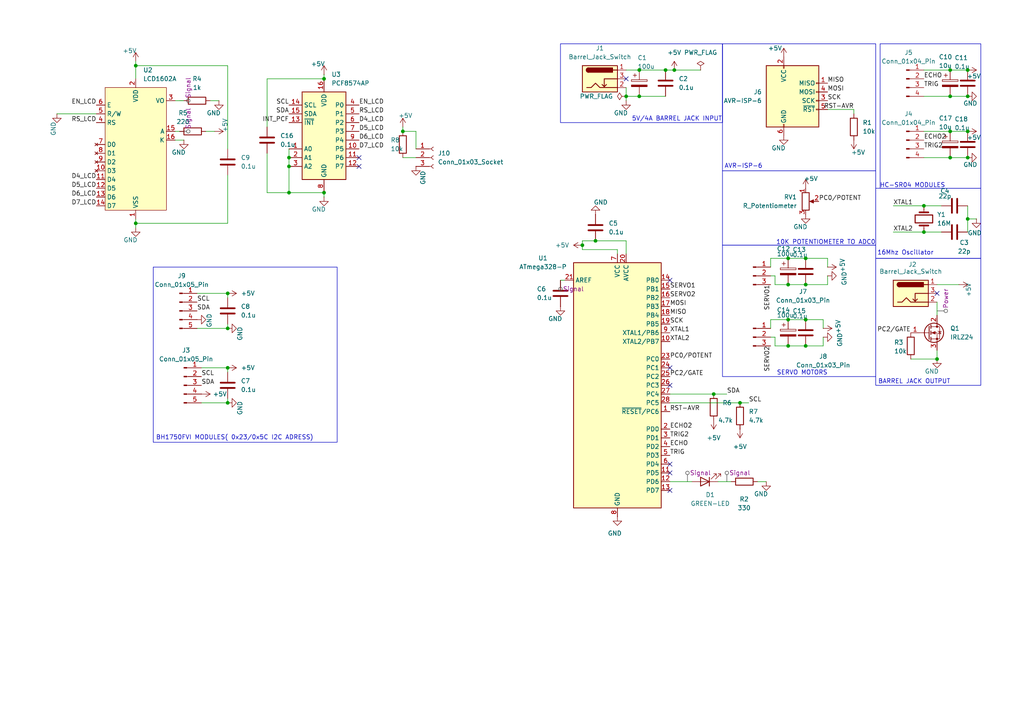
<source format=kicad_sch>
(kicad_sch (version 20250114) (generator "eeschema") (generator_version "9.0")
  (paper "A4")
  (lib_symbols
    (symbol "Connector:AVR-ISP-6" (pin_names (offset 1.016))
      (property "Reference" "J" (at -6.35 11.43 0))
      (property "Value" "AVR-ISP-6" (at 0 11.43 0))
      (symbol "AVR-ISP-6_0_1"
        (rectangle (start -2.667 10.16) (end -2.413 9.398))
        (rectangle (start -2.667 -6.858) (end -2.413 -7.62))
        (rectangle (start 7.62 10.16) (end -7.62 -7.62) (stroke (width 0.254)) (fill (type background)))
        (rectangle (start 7.62 5.207) (end 6.858 4.953))
        (rectangle (start 7.62 2.667) (end 6.858 2.413))
        (rectangle (start 7.62 0.127) (end 6.858 -0.127))
        (rectangle (start 7.62 -2.413) (end 6.858 -2.667))
      )
      (symbol "AVR-ISP-6_1_1"
        (pin passive line (at -2.54 12.7 270) (length 2.54) (name "VCC") (number "2"))
        (pin passive line (at -2.54 -10.16 90) (length 2.54) (name "GND") (number "6"))
        (pin passive line (at 10.16 5.08 180) (length 2.54) (name "MISO") (number "1"))
        (pin passive line (at 10.16 2.54 180) (length 2.54) (name "MOSI") (number "4"))
        (pin passive line (at 10.16 0 180) (length 2.54) (name "SCK") (number "3"))
        (pin passive line (at 10.16 -2.54 180) (length 2.54) (name "~{RST}") (number "5"))
      )
    )
    (symbol "Connector:Barrel_Jack_Switch" (pin_names (hide yes))
      (property "Reference" "J" (at 0 5.334 0))
      (property "Value" "Barrel_Jack_Switch" (at 0 -5.08 0))
      (symbol "Barrel_Jack_Switch_0_1"
        (rectangle (start -5.08 3.81) (end 5.08 -3.81) (stroke (width 0.254)) (fill (type background)))
        (polyline (pts (xy -3.81 -2.54) (xy -2.54 -2.54) (xy -1.27 -1.27) (xy 0 -2.54) (xy 2.54 -2.54) (xy 5.08 -2.54)) (stroke (width 0.254)))
        (arc (start -3.302 1.905) (mid -3.9343 2.54) (end -3.302 3.175) (stroke (width 0.254)))
        (arc (start -3.302 1.905) (mid -3.9343 2.54) (end -3.302 3.175) (stroke (width 0.254)) (fill (type outline)))
        (polyline (pts (xy 1.27 -2.286) (xy 1.905 -1.651)) (stroke (width 0.254)))
        (rectangle (start 3.683 3.175) (end -3.302 1.905) (stroke (width 0.254)) (fill (type outline)))
        (polyline (pts (xy 5.08 2.54) (xy 3.81 2.54)) (stroke (width 0.254)))
        (polyline (pts (xy 5.08 0) (xy 1.27 0) (xy 1.27 -2.286) (xy 0.635 -1.651)) (stroke (width 0.254)))
      )
      (symbol "Barrel_Jack_Switch_1_1"
        (pin passive line (at 7.62 2.54 180) (length 2.54) (name "~") (number "1"))
        (pin passive line (at 7.62 0 180) (length 2.54) (name "~") (number "3"))
        (pin passive line (at 7.62 -2.54 180) (length 2.54) (name "~") (number "2"))
      )
    )
    (symbol "Connector:Conn_01x03_Pin" (pin_names (offset 1.016) (hide yes))
      (property "Reference" "J" (at 0 5.08 0))
      (property "Value" "Conn_01x03_Pin" (at 0 -5.08 0))
      (symbol "Conn_01x03_Pin_1_1"
        (rectangle (start 0.8636 2.667) (end 0 2.413) (stroke (width 0.1524)) (fill (type outline)))
        (rectangle (start 0.8636 0.127) (end 0 -0.127) (stroke (width 0.1524)) (fill (type outline)))
        (rectangle (start 0.8636 -2.413) (end 0 -2.667) (stroke (width 0.1524)) (fill (type outline)))
        (polyline (pts (xy 1.27 2.54) (xy 0.8636 2.54)) (stroke (width 0.1524)))
        (polyline (pts (xy 1.27 0) (xy 0.8636 0)) (stroke (width 0.1524)))
        (polyline (pts (xy 1.27 -2.54) (xy 0.8636 -2.54)) (stroke (width 0.1524)))
        (pin passive line (at 5.08 2.54 180) (length 3.81) (name "Pin_1") (number "1"))
        (pin passive line (at 5.08 0 180) (length 3.81) (name "Pin_2") (number "2"))
        (pin passive line (at 5.08 -2.54 180) (length 3.81) (name "Pin_3") (number "3"))
      )
    )
    (symbol "Connector:Conn_01x03_Socket" (pin_names (offset 1.016) (hide yes))
      (property "Reference" "J" (at 0 5.08 0))
      (property "Value" "Conn_01x03_Socket" (at 0 -5.08 0))
      (symbol "Conn_01x03_Socket_1_1"
        (polyline (pts (xy -1.27 2.54) (xy -0.508 2.54)) (stroke (width 0.1524)))
        (polyline (pts (xy -1.27 0) (xy -0.508 0)) (stroke (width 0.1524)))
        (polyline (pts (xy -1.27 -2.54) (xy -0.508 -2.54)) (stroke (width 0.1524)))
        (arc (start 0 2.032) (mid -0.5058 2.54) (end 0 3.048) (stroke (width 0.1524)))
        (arc (start 0 -0.508) (mid -0.5058 0) (end 0 0.508) (stroke (width 0.1524)))
        (arc (start 0 -3.048) (mid -0.5058 -2.54) (end 0 -2.032) (stroke (width 0.1524)))
        (pin passive line (at -5.08 2.54 0) (length 3.81) (name "Pin_1") (number "1"))
        (pin passive line (at -5.08 0 0) (length 3.81) (name "Pin_2") (number "2"))
        (pin passive line (at -5.08 -2.54 0) (length 3.81) (name "Pin_3") (number "3"))
      )
    )
    (symbol "Connector:Conn_01x04_Pin" (pin_names (offset 1.016) (hide yes))
      (property "Reference" "J" (at 0 5.08 0))
      (property "Value" "Conn_01x04_Pin" (at 0 -7.62 0))
      (symbol "Conn_01x04_Pin_1_1"
        (rectangle (start 0.8636 2.667) (end 0 2.413) (stroke (width 0.1524)) (fill (type outline)))
        (rectangle (start 0.8636 0.127) (end 0 -0.127) (stroke (width 0.1524)) (fill (type outline)))
        (rectangle (start 0.8636 -2.413) (end 0 -2.667) (stroke (width 0.1524)) (fill (type outline)))
        (rectangle (start 0.8636 -4.953) (end 0 -5.207) (stroke (width 0.1524)) (fill (type outline)))
        (polyline (pts (xy 1.27 2.54) (xy 0.8636 2.54)) (stroke (width 0.1524)))
        (polyline (pts (xy 1.27 0) (xy 0.8636 0)) (stroke (width 0.1524)))
        (polyline (pts (xy 1.27 -2.54) (xy 0.8636 -2.54)) (stroke (width 0.1524)))
        (polyline (pts (xy 1.27 -5.08) (xy 0.8636 -5.08)) (stroke (width 0.1524)))
        (pin passive line (at 5.08 2.54 180) (length 3.81) (name "Pin_1") (number "1"))
        (pin passive line (at 5.08 0 180) (length 3.81) (name "Pin_2") (number "2"))
        (pin passive line (at 5.08 -2.54 180) (length 3.81) (name "Pin_3") (number "3"))
        (pin passive line (at 5.08 -5.08 180) (length 3.81) (name "Pin_4") (number "4"))
      )
    )
    (symbol "Connector:Conn_01x05_Pin" (pin_names (offset 1.016) (hide yes))
      (property "Reference" "J" (at 0 7.62 0))
      (property "Value" "Conn_01x05_Pin" (at 0 -7.62 0))
      (symbol "Conn_01x05_Pin_1_1"
        (rectangle (start 0.8636 5.207) (end 0 4.953) (stroke (width 0.1524)) (fill (type outline)))
        (rectangle (start 0.8636 2.667) (end 0 2.413) (stroke (width 0.1524)) (fill (type outline)))
        (rectangle (start 0.8636 0.127) (end 0 -0.127) (stroke (width 0.1524)) (fill (type outline)))
        (rectangle (start 0.8636 -2.413) (end 0 -2.667) (stroke (width 0.1524)) (fill (type outline)))
        (rectangle (start 0.8636 -4.953) (end 0 -5.207) (stroke (width 0.1524)) (fill (type outline)))
        (polyline (pts (xy 1.27 5.08) (xy 0.8636 5.08)) (stroke (width 0.1524)))
        (polyline (pts (xy 1.27 2.54) (xy 0.8636 2.54)) (stroke (width 0.1524)))
        (polyline (pts (xy 1.27 0) (xy 0.8636 0)) (stroke (width 0.1524)))
        (polyline (pts (xy 1.27 -2.54) (xy 0.8636 -2.54)) (stroke (width 0.1524)))
        (polyline (pts (xy 1.27 -5.08) (xy 0.8636 -5.08)) (stroke (width 0.1524)))
        (pin passive line (at 5.08 5.08 180) (length 3.81) (name "Pin_1") (number "1"))
        (pin passive line (at 5.08 2.54 180) (length 3.81) (name "Pin_2") (number "2"))
        (pin passive line (at 5.08 0 180) (length 3.81) (name "Pin_3") (number "3"))
        (pin passive line (at 5.08 -2.54 180) (length 3.81) (name "Pin_4") (number "4"))
        (pin passive line (at 5.08 -5.08 180) (length 3.81) (name "Pin_5") (number "5"))
      )
    )
    (symbol "Device:C" (pin_numbers (hide yes)) (pin_names (offset 0.254))
      (property "Reference" "C" (at 0.635 2.54 0))
      (property "Value" "C" (at 0.635 -2.54 0))
      (symbol "C_0_1"
        (polyline (pts (xy -2.032 0.762) (xy 2.032 0.762)) (stroke (width 0.508)))
        (polyline (pts (xy -2.032 -0.762) (xy 2.032 -0.762)) (stroke (width 0.508)))
      )
      (symbol "C_1_1"
        (pin passive line (at 0 3.81 270) (length 2.794) (name "~") (number "1"))
        (pin passive line (at 0 -3.81 90) (length 2.794) (name "~") (number "2"))
      )
    )
    (symbol "Device:C_Polarized" (pin_numbers (hide yes)) (pin_names (offset 0.254))
      (property "Reference" "C" (at 0.635 2.54 0))
      (property "Value" "C_Polarized" (at 0.635 -2.54 0))
      (symbol "C_Polarized_0_1"
        (rectangle (start -2.286 0.508) (end 2.286 1.016))
        (polyline (pts (xy -1.778 2.286) (xy -0.762 2.286)))
        (polyline (pts (xy -1.27 2.794) (xy -1.27 1.778)))
        (rectangle (start 2.286 -0.508) (end -2.286 -1.016) (fill (type outline)))
      )
      (symbol "C_Polarized_1_1"
        (pin passive line (at 0 3.81 270) (length 2.794) (name "~") (number "1"))
        (pin passive line (at 0 -3.81 90) (length 2.794) (name "~") (number "2"))
      )
    )
    (symbol "Device:Crystal" (pin_numbers (hide yes)) (pin_names (offset 1.016) (hide yes))
      (property "Reference" "Y" (at 0 3.81 0))
      (property "Value" "Crystal" (at 0 -3.81 0))
      (symbol "Crystal_0_1"
        (polyline (pts (xy -2.54 0) (xy -1.905 0)))
        (polyline (pts (xy -1.905 -1.27) (xy -1.905 1.27)) (stroke (width 0.508)))
        (rectangle (start -1.143 2.54) (end 1.143 -2.54) (stroke (width 0.3048)))
        (polyline (pts (xy 1.905 -1.27) (xy 1.905 1.27)) (stroke (width 0.508)))
        (polyline (pts (xy 2.54 0) (xy 1.905 0)))
      )
      (symbol "Crystal_1_1"
        (pin passive line (at -3.81 0 0) (length 1.27) (name "1") (number "1"))
        (pin passive line (at 3.81 0 180) (length 1.27) (name "2") (number "2"))
      )
    )
    (symbol "Device:LED" (pin_numbers (hide yes)) (pin_names (offset 1.016) (hide yes))
      (property "Reference" "D" (at 0 2.54 0))
      (property "Value" "LED" (at 0 -2.54 0))
      (symbol "LED_0_1"
        (polyline (pts (xy -3.048 -0.762) (xy -4.572 -2.286) (xy -3.81 -2.286) (xy -4.572 -2.286) (xy -4.572 -1.524)))
        (polyline (pts (xy -1.778 -0.762) (xy -3.302 -2.286) (xy -2.54 -2.286) (xy -3.302 -2.286) (xy -3.302 -1.524)))
        (polyline (pts (xy -1.27 0) (xy 1.27 0)))
        (polyline (pts (xy -1.27 -1.27) (xy -1.27 1.27)) (stroke (width 0.254)))
        (polyline (pts (xy 1.27 -1.27) (xy 1.27 1.27) (xy -1.27 0) (xy 1.27 -1.27)) (stroke (width 0.254)))
      )
      (symbol "LED_1_1"
        (pin passive line (at -3.81 0 0) (length 2.54) (name "K") (number "1"))
        (pin passive line (at 3.81 0 180) (length 2.54) (name "A") (number "2"))
      )
    )
    (symbol "Device:R" (pin_numbers (hide yes)) (pin_names (offset 0))
      (property "Reference" "R" (at 2.032 0 90))
      (property "Value" "R" (at 0 0 90))
      (symbol "R_0_1"
        (rectangle (start -1.016 -2.54) (end 1.016 2.54) (stroke (width 0.254)))
      )
      (symbol "R_1_1"
        (pin passive line (at 0 3.81 270) (length 1.27) (name "~") (number "1"))
        (pin passive line (at 0 -3.81 90) (length 1.27) (name "~") (number "2"))
      )
    )
    (symbol "Device:R_Potentiometer" (pin_names (offset 1.016) (hide yes))
      (property "Reference" "RV" (at -4.445 0 90))
      (property "Value" "R_Potentiometer" (at -2.54 0 90))
      (symbol "R_Potentiometer_0_1"
        (rectangle (start 1.016 2.54) (end -1.016 -2.54) (stroke (width 0.254)))
        (polyline (pts (xy 1.143 0) (xy 2.286 0.508) (xy 2.286 -0.508) (xy 1.143 0)) (fill (type outline)))
        (polyline (pts (xy 2.54 0) (xy 1.524 0)))
      )
      (symbol "R_Potentiometer_1_1"
        (pin passive line (at 0 3.81 270) (length 1.27) (name "1") (number "1"))
        (pin passive line (at 0 -3.81 90) (length 1.27) (name "3") (number "3"))
        (pin passive line (at 3.81 0 180) (length 1.27) (name "2") (number "2"))
      )
    )
    (symbol "Interface_Expansion:PCF8574AP"
      (property "Reference" "U" (at -6.35 12.954 0))
      (property "Value" "PCF8574AP" (at 3.048 12.954 0))
      (symbol "PCF8574AP_0_1"
        (rectangle (start -6.35 -13.97) (end 6.35 11.43) (stroke (width 0.254)) (fill (type background)))
      )
      (symbol "PCF8574AP_1_1"
        (pin input line (at -10.16 7.62 0) (length 3.81) (name "SCL") (number "14"))
        (pin bidirectional line (at -10.16 5.08 0) (length 3.81) (name "SDA") (number "15"))
        (pin open_collector line (at -10.16 2.54 0) (length 3.81) (name "~{INT}") (number "13"))
        (pin input line (at -10.16 -5.08 0) (length 3.81) (name "A0") (number "1"))
        (pin input line (at -10.16 -7.62 0) (length 3.81) (name "A1") (number "2"))
        (pin input line (at -10.16 -10.16 0) (length 3.81) (name "A2") (number "3"))
        (pin power_in line (at 0 15.24 270) (length 3.81) (name "VDD") (number "16"))
        (pin power_in line (at 0 -17.78 90) (length 3.81) (name "GND") (number "8"))
        (pin bidirectional line (at 10.16 7.62 180) (length 3.81) (name "P0") (number "4"))
        (pin bidirectional line (at 10.16 5.08 180) (length 3.81) (name "P1") (number "5"))
        (pin bidirectional line (at 10.16 2.54 180) (length 3.81) (name "P2") (number "6"))
        (pin bidirectional line (at 10.16 0 180) (length 3.81) (name "P3") (number "7"))
        (pin bidirectional line (at 10.16 -2.54 180) (length 3.81) (name "P4") (number "9"))
        (pin bidirectional line (at 10.16 -5.08 180) (length 3.81) (name "P5") (number "10"))
        (pin bidirectional line (at 10.16 -7.62 180) (length 3.81) (name "P6") (number "11"))
        (pin bidirectional line (at 10.16 -10.16 180) (length 3.81) (name "P7") (number "12"))
      )
    )
    (symbol "MCU_Microchip_ATmega:ATmega328-P"
      (property "Reference" "U" (at -12.7 36.83 0))
      (property "Value" "ATmega328-P" (at 2.54 -36.83 0))
      (symbol "ATmega328-P_0_1"
        (rectangle (start -12.7 -35.56) (end 12.7 35.56) (stroke (width 0.254)) (fill (type background)))
      )
      (symbol "ATmega328-P_1_1"
        (pin passive line (at -15.24 30.48 0) (length 2.54) (name "AREF") (number "21"))
        (pin power_in line (at 0 38.1 270) (length 2.54) (name "VCC") (number "7"))
        (pin passive line (at 0 -38.1 90) (length 2.54) (hide yes) (name "GND") (number "22"))
        (pin power_in line (at 0 -38.1 90) (length 2.54) (name "GND") (number "8"))
        (pin power_in line (at 2.54 38.1 270) (length 2.54) (name "AVCC") (number "20"))
        (pin bidirectional line (at 15.24 30.48 180) (length 2.54) (name "PB0") (number "14"))
        (pin bidirectional line (at 15.24 27.94 180) (length 2.54) (name "PB1") (number "15"))
        (pin bidirectional line (at 15.24 25.4 180) (length 2.54) (name "PB2") (number "16"))
        (pin bidirectional line (at 15.24 22.86 180) (length 2.54) (name "PB3") (number "17"))
        (pin bidirectional line (at 15.24 20.32 180) (length 2.54) (name "PB4") (number "18"))
        (pin bidirectional line (at 15.24 17.78 180) (length 2.54) (name "PB5") (number "19"))
        (pin bidirectional line (at 15.24 15.24 180) (length 2.54) (name "XTAL1/PB6") (number "9"))
        (pin bidirectional line (at 15.24 12.7 180) (length 2.54) (name "XTAL2/PB7") (number "10"))
        (pin bidirectional line (at 15.24 7.62 180) (length 2.54) (name "PC0") (number "23"))
        (pin bidirectional line (at 15.24 5.08 180) (length 2.54) (name "PC1") (number "24"))
        (pin bidirectional line (at 15.24 2.54 180) (length 2.54) (name "PC2") (number "25"))
        (pin bidirectional line (at 15.24 0 180) (length 2.54) (name "PC3") (number "26"))
        (pin bidirectional line (at 15.24 -2.54 180) (length 2.54) (name "PC4") (number "27"))
        (pin bidirectional line (at 15.24 -5.08 180) (length 2.54) (name "PC5") (number "28"))
        (pin bidirectional line (at 15.24 -7.62 180) (length 2.54) (name "~{RESET}/PC6") (number "1"))
        (pin bidirectional line (at 15.24 -12.7 180) (length 2.54) (name "PD0") (number "2"))
        (pin bidirectional line (at 15.24 -15.24 180) (length 2.54) (name "PD1") (number "3"))
        (pin bidirectional line (at 15.24 -17.78 180) (length 2.54) (name "PD2") (number "4"))
        (pin bidirectional line (at 15.24 -20.32 180) (length 2.54) (name "PD3") (number "5"))
        (pin bidirectional line (at 15.24 -22.86 180) (length 2.54) (name "PD4") (number "6"))
        (pin bidirectional line (at 15.24 -25.4 180) (length 2.54) (name "PD5") (number "11"))
        (pin bidirectional line (at 15.24 -27.94 180) (length 2.54) (name "PD6") (number "12"))
        (pin bidirectional line (at 15.24 -30.48 180) (length 2.54) (name "PD7") (number "13"))
      )
    )
    (symbol "Transistor_FET:IRLZ24" (pin_names (hide yes))
      (property "Reference" "Q" (at 5.08 1.905 0))
      (property "Value" "IRLZ24" (at 5.08 0 0))
      (symbol "IRLZ24_0_1"
        (polyline (pts (xy 0.254 1.905) (xy 0.254 -1.905)) (stroke (width 0.254)))
        (polyline (pts (xy 0.254 0) (xy -2.54 0)))
        (polyline (pts (xy 0.762 2.286) (xy 0.762 1.27)) (stroke (width 0.254)))
        (polyline (pts (xy 0.762 0.508) (xy 0.762 -0.508)) (stroke (width 0.254)))
        (polyline (pts (xy 0.762 -1.27) (xy 0.762 -2.286)) (stroke (width 0.254)))
        (polyline (pts (xy 0.762 -1.778) (xy 3.302 -1.778) (xy 3.302 1.778) (xy 0.762 1.778)))
        (polyline (pts (xy 1.016 0) (xy 2.032 0.381) (xy 2.032 -0.381) (xy 1.016 0)) (fill (type outline)))
        (circle (center 1.651 0) (radius 2.794) (stroke (width 0.254)))
        (polyline (pts (xy 2.54 2.54) (xy 2.54 1.778)))
        (circle (center 2.54 1.778) (radius 0.254) (fill (type outline)))
        (circle (center 2.54 -1.778) (radius 0.254) (fill (type outline)))
        (polyline (pts (xy 2.54 -2.54) (xy 2.54 0) (xy 0.762 0)))
        (polyline (pts (xy 2.794 0.508) (xy 2.921 0.381) (xy 3.683 0.381) (xy 3.81 0.254)))
        (polyline (pts (xy 3.302 0.381) (xy 2.921 -0.254) (xy 3.683 -0.254) (xy 3.302 0.381)))
      )
      (symbol "IRLZ24_1_1"
        (pin input line (at -5.08 0 0) (length 2.54) (name "G") (number "1"))
        (pin passive line (at 2.54 5.08 270) (length 2.54) (name "D") (number "2"))
        (pin passive line (at 2.54 -5.08 90) (length 2.54) (name "S") (number "3"))
      )
    )
    (symbol "lcd1602A:LCD1602A"
      (property "Reference" "U" (at 0 0 0))
      (property "Value" "LCD1602A" (at 5.842 -19.05 0))
      (symbol "LCD1602A_0_1"
        (rectangle (start -10.16 10.16) (end -10.16 10.16))
      )
      (symbol "LCD1602A_1_1"
        (rectangle (start -8.89 17.78) (end 8.89 -17.78) (fill (type color) (color 255 255 194 1)))
        (pin input line (at -11.43 12.7 0) (length 2.54) (name "E") (number "6"))
        (pin input line (at -11.43 10.16 0) (length 2.54) (name "R/W") (number "5"))
        (pin input line (at -11.43 7.62 0) (length 2.54) (name "RS") (number "4"))
        (pin no_connect line (at -11.43 1.27 0) (length 2.54) (name "D0") (number "7"))
        (pin no_connect line (at -11.43 -1.27 0) (length 2.54) (name "D1") (number "8"))
        (pin no_connect line (at -11.43 -3.81 0) (length 2.54) (name "D2") (number "9"))
        (pin no_connect line (at -11.43 -6.35 0) (length 2.54) (name "D3") (number "10"))
        (pin bidirectional line (at -11.43 -8.89 0) (length 2.54) (name "D4") (number "11"))
        (pin bidirectional line (at -11.43 -11.43 0) (length 2.54) (name "D5") (number "12"))
        (pin bidirectional line (at -11.43 -13.97 0) (length 2.54) (name "D6") (number "13"))
        (pin bidirectional line (at -11.43 -16.51 0) (length 2.54) (name "D7") (number "14"))
        (pin power_in line (at 0 20.32 270) (length 2.54) (name "VDD") (number "2"))
        (pin power_in line (at 0 -20.32 90) (length 2.54) (name "VSS") (number "1"))
        (pin input line (at 11.43 13.97 180) (length 2.54) (name "VO") (number "3"))
        (pin output line (at 11.43 5.08 180) (length 2.54) (name "A") (number "15"))
        (pin input line (at 11.43 2.54 180) (length 2.54) (name "K") (number "16"))
      )
    )
    (symbol "power:+5V" (power) (pin_numbers (hide yes)) (pin_names (offset 0) (hide yes))
      (property "Value" "+5V" (at 0 3.556 0))
      (symbol "+5V_0_1"
        (polyline (pts (xy -0.762 1.27) (xy 0 2.54)))
        (polyline (pts (xy 0 2.54) (xy 0.762 1.27)))
        (polyline (pts (xy 0 0) (xy 0 2.54)))
      )
      (symbol "+5V_1_1"
        (pin power_in line (at 0 0 90) (length 0) (name "~") (number "1"))
      )
    )
    (symbol "power:GND" (power) (pin_numbers (hide yes)) (pin_names (offset 0) (hide yes))
      (property "Value" "GND" (at 0 -3.81 0))
      (symbol "GND_0_1"
        (polyline (pts (xy 0 0) (xy 0 -1.27) (xy 1.27 -1.27) (xy 0 -2.54) (xy -1.27 -1.27) (xy 0 -1.27)))
      )
      (symbol "GND_1_1"
        (pin power_in line (at 0 0 270) (length 0) (name "~") (number "1"))
      )
    )
    (symbol "power:PWR_FLAG" (power) (pin_numbers (hide yes)) (pin_names (offset 0) (hide yes))
      (property "Value" "PWR_FLAG" (at 0 3.81 0))
      (symbol "PWR_FLAG_0_0"
        (pin power_out line (at 0 0 90) (length 0) (name "~") (number "1"))
      )
      (symbol "PWR_FLAG_0_1"
        (polyline (pts (xy 0 0) (xy 0 1.27) (xy -1.016 1.905) (xy 0 2.54) (xy 1.016 1.905) (xy 0 1.27)))
      )
    )
  )
  (rectangle (start 44.45 77.47) (end 97.79 128.27))
  (rectangle (start 255.27 12.7) (end 284.48 54.61))
  (rectangle (start 162.56 12.7) (end 209.55 35.56))
  (rectangle (start 209.55 12.7) (end 254 49.53))
  (rectangle (start 209.55 71.12) (end 254 109.22))
  (rectangle (start 209.55 49.53) (end 254 71.12))
  (rectangle (start 254 54.61) (end 284.48 74.93))
  (rectangle (start 254 74.93) (end 284.48 111.76))
  (text "16Mhz Oscillator" (at 262.636 73.406 0) (effects (font (size 1.27 1.27))))
  (text "5V/4A BARREL JACK INPUT\n" (at 196.342 34.544 0) (effects (font (size 1.27 1.27))))
  (text "SERVO MOTORS\n" (at 232.664 108.204 0) (effects (font (size 1.27 1.27))))
  (text "10K POTENTIOMETER TO ADC0\n" (at 239.522 70.358 0) (effects (font (size 1.27 1.27))))
  (text "BH1750FVI MODULES( 0x23/0x5C I2C ADRESS)\n" (at 68.072 127 0) (effects (font (size 1.27 1.27))))
  (text "AVR-ISP-6\n" (at 215.646 48.26 0) (effects (font (size 1.27 1.27))))
  (text "BARREL JACK OUTPUT" (at 265.176 110.744 0) (effects (font (size 1.27 1.27))))
  (text "HC-SR04 MODULES\n" (at 264.668 53.848 0) (effects (font (size 1.27 1.27))))
  (junction (at 66.04 116.84))
  (junction (at 207.01 114.3))
  (junction (at 93.98 55.88))
  (junction (at 214.63 116.84))
  (junction (at 228.6 82.55))
  (junction (at 280.67 27.94))
  (junction (at 181.61 27.94))
  (junction (at 228.6 100.33))
  (junction (at 233.68 74.93))
  (junction (at 66.04 85.09))
  (junction (at 280.67 20.32))
  (junction (at 275.59 20.32))
  (junction (at 83.82 48.26))
  (junction (at 93.98 22.86))
  (junction (at 233.68 100.33))
  (junction (at 83.82 55.88))
  (junction (at 275.59 27.94))
  (junction (at 228.6 74.93))
  (junction (at 172.72 69.85))
  (junction (at 267.97 67.31))
  (junction (at 280.67 45.72))
  (junction (at 185.42 20.32))
  (junction (at 168.91 71.12))
  (junction (at 233.68 82.55))
  (junction (at 83.82 45.72))
  (junction (at 228.6 92.71))
  (junction (at 275.59 45.72))
  (junction (at 271.78 104.14))
  (junction (at 116.84 38.1))
  (junction (at 193.04 20.32))
  (junction (at 233.68 92.71))
  (junction (at 275.59 38.1))
  (junction (at 39.37 19.05))
  (junction (at 195.58 20.32))
  (junction (at 66.04 95.25))
  (junction (at 185.42 27.94))
  (junction (at 280.67 38.1))
  (junction (at 39.37 64.77))
  (junction (at 66.04 106.68))
  (junction (at 280.67 63.5))
  (junction (at 267.97 59.69))
  (no_connect (at 194.31 142.24))
  (no_connect (at 194.31 137.16))
  (no_connect (at 194.31 81.28))
  (no_connect (at 194.31 106.68))
  (no_connect (at 104.14 45.72))
  (no_connect (at 194.31 134.62))
  (no_connect (at 104.14 48.26))
  (no_connect (at 194.31 111.76))
  (no_connect (at 271.78 85.09))
  (no_connect (at 181.61 22.86))
  (wire (pts (xy 280.67 20.32) (xy 275.59 20.32)))
  (wire (pts (xy 162.56 81.28) (xy 163.83 81.28)))
  (wire (pts (xy 181.61 73.66) (xy 181.61 69.85)))
  (wire (pts (xy 223.52 97.79) (xy 224.79 97.79)))
  (wire (pts (xy 93.98 57.15) (xy 93.98 55.88)))
  (wire (pts (xy 200.66 139.7) (xy 194.31 139.7)))
  (wire (pts (xy 233.68 92.71) (xy 238.76 92.71)))
  (wire (pts (xy 39.37 19.05) (xy 66.04 19.05)))
  (wire (pts (xy 228.6 100.33) (xy 233.68 100.33)))
  (wire (pts (xy 66.04 93.98) (xy 66.04 95.25)))
  (wire (pts (xy 224.79 80.01) (xy 224.79 82.55)))
  (wire (pts (xy 116.84 38.1) (xy 120.65 38.1)))
  (wire (pts (xy 280.67 38.1) (xy 275.59 38.1)))
  (wire (pts (xy 238.76 92.71) (xy 238.76 95.25)))
  (wire (pts (xy 228.6 82.55) (xy 233.68 82.55)))
  (wire (pts (xy 267.97 67.31) (xy 273.05 67.31)))
  (wire (pts (xy 275.59 38.1) (xy 267.97 38.1)))
  (wire (pts (xy 280.67 59.69) (xy 280.67 63.5)))
  (wire (pts (xy 181.61 27.94) (xy 181.61 29.21)))
  (wire (pts (xy 66.04 19.05) (xy 66.04 43.18)))
  (wire (pts (xy 53.34 29.21) (xy 50.8 29.21)))
  (wire (pts (xy 233.68 100.33) (xy 238.76 100.33)))
  (wire (pts (xy 280.67 63.5) (xy 283.21 63.5)))
  (wire (pts (xy 271.78 104.14) (xy 271.78 101.6)))
  (wire (pts (xy 223.52 92.71) (xy 228.6 92.71)))
  (wire (pts (xy 116.84 45.72) (xy 120.65 45.72)))
  (wire (pts (xy 195.58 20.32) (xy 203.2 20.32)))
  (wire (pts (xy 172.72 69.85) (xy 181.61 69.85)))
  (wire (pts (xy 16.51 33.02) (xy 27.94 33.02)))
  (wire (pts (xy 116.84 36.83) (xy 116.84 38.1)))
  (wire (pts (xy 224.79 82.55) (xy 228.6 82.55)))
  (wire (pts (xy 168.91 69.85) (xy 172.72 69.85)))
  (wire (pts (xy 271.78 87.63) (xy 271.78 91.44)))
  (wire (pts (xy 278.13 82.55) (xy 271.78 82.55)))
  (wire (pts (xy 66.04 106.68) (xy 58.42 106.68)))
  (wire (pts (xy 207.01 114.3) (xy 194.31 114.3)))
  (wire (pts (xy 66.04 116.84) (xy 58.42 116.84)))
  (wire (pts (xy 212.09 139.7) (xy 208.28 139.7)))
  (wire (pts (xy 240.03 82.55) (xy 240.03 80.01)))
  (wire (pts (xy 39.37 64.77) (xy 39.37 63.5)))
  (wire (pts (xy 247.65 31.75) (xy 247.65 33.02)))
  (wire (pts (xy 53.34 40.64) (xy 50.8 40.64)))
  (wire (pts (xy 275.59 20.32) (xy 267.97 20.32)))
  (wire (pts (xy 280.67 45.72) (xy 275.59 45.72)))
  (wire (pts (xy 66.04 106.68) (xy 66.04 107.95)))
  (wire (pts (xy 275.59 27.94) (xy 267.97 27.94)))
  (wire (pts (xy 83.82 48.26) (xy 83.82 55.88)))
  (wire (pts (xy 224.79 97.79) (xy 224.79 100.33)))
  (wire (pts (xy 238.76 100.33) (xy 238.76 97.79)))
  (wire (pts (xy 63.5 29.21) (xy 60.96 29.21)))
  (wire (pts (xy 39.37 17.78) (xy 39.37 19.05)))
  (wire (pts (xy 77.47 44.45) (xy 77.47 55.88)))
  (wire (pts (xy 66.04 115.57) (xy 66.04 116.84)))
  (wire (pts (xy 280.67 27.94) (xy 275.59 27.94)))
  (wire (pts (xy 52.07 38.1) (xy 50.8 38.1)))
  (wire (pts (xy 185.42 20.32) (xy 193.04 20.32)))
  (wire (pts (xy 222.25 139.7) (xy 219.71 139.7)))
  (wire (pts (xy 62.23 38.1) (xy 59.69 38.1)))
  (wire (pts (xy 83.82 45.72) (xy 83.82 48.26)))
  (wire (pts (xy 168.91 71.12) (xy 168.91 72.39)))
  (wire (pts (xy 217.17 116.84) (xy 214.63 116.84)))
  (wire (pts (xy 77.47 55.88) (xy 83.82 55.88)))
  (wire (pts (xy 66.04 85.09) (xy 66.04 86.36)))
  (wire (pts (xy 77.47 22.86) (xy 93.98 22.86)))
  (wire (pts (xy 275.59 45.72) (xy 267.97 45.72)))
  (wire (pts (xy 280.67 63.5) (xy 280.67 67.31)))
  (wire (pts (xy 181.61 25.4) (xy 181.61 27.94)))
  (wire (pts (xy 264.16 104.14) (xy 271.78 104.14)))
  (wire (pts (xy 77.47 36.83) (xy 77.47 22.86)))
  (wire (pts (xy 66.04 50.8) (xy 66.04 64.77)))
  (wire (pts (xy 240.03 31.75) (xy 247.65 31.75)))
  (wire (pts (xy 223.52 80.01) (xy 224.79 80.01)))
  (wire (pts (xy 233.68 74.93) (xy 240.03 74.93)))
  (wire (pts (xy 179.07 73.66) (xy 179.07 72.39)))
  (wire (pts (xy 223.52 77.47) (xy 223.52 74.93)))
  (wire (pts (xy 181.61 27.94) (xy 185.42 27.94)))
  (wire (pts (xy 120.65 38.1) (xy 120.65 43.18)))
  (wire (pts (xy 185.42 27.94) (xy 193.04 27.94)))
  (wire (pts (xy 223.52 95.25) (xy 223.52 92.71)))
  (wire (pts (xy 66.04 85.09) (xy 57.15 85.09)))
  (wire (pts (xy 259.08 59.69) (xy 267.97 59.69)))
  (wire (pts (xy 224.79 100.33) (xy 228.6 100.33)))
  (wire (pts (xy 223.52 74.93) (xy 228.6 74.93)))
  (wire (pts (xy 93.98 21.59) (xy 93.98 22.86)))
  (wire (pts (xy 267.97 59.69) (xy 273.05 59.69)))
  (wire (pts (xy 66.04 64.77) (xy 39.37 64.77)))
  (wire (pts (xy 214.63 116.84) (xy 194.31 116.84)))
  (wire (pts (xy 168.91 72.39) (xy 179.07 72.39)))
  (wire (pts (xy 233.68 82.55) (xy 240.03 82.55)))
  (wire (pts (xy 39.37 19.05) (xy 39.37 22.86)))
  (wire (pts (xy 210.82 114.3) (xy 207.01 114.3)))
  (wire (pts (xy 181.61 20.32) (xy 185.42 20.32)))
  (wire (pts (xy 168.91 69.85) (xy 168.91 71.12)))
  (wire (pts (xy 228.6 74.93) (xy 233.68 74.93)))
  (wire (pts (xy 228.6 92.71) (xy 233.68 92.71)))
  (wire (pts (xy 240.03 74.93) (xy 240.03 77.47)))
  (wire (pts (xy 39.37 66.04) (xy 39.37 64.77)))
  (wire (pts (xy 66.04 95.25) (xy 57.15 95.25)))
  (wire (pts (xy 83.82 43.18) (xy 83.82 45.72)))
  (wire (pts (xy 193.04 20.32) (xy 195.58 20.32)))
  (wire (pts (xy 259.08 67.31) (xy 267.97 67.31)))
  (wire (pts (xy 83.82 55.88) (xy 93.98 55.88)))
  (label "SCK" (at 240.03 29.21 0))
  (label "SDA" (at 58.42 111.76 0))
  (label "XTAL2" (at 194.31 99.06 0))
  (label "RS_LCD" (at 27.94 35.56 180))
  (label "SCL" (at 217.17 116.84 0))
  (label "PC0{slash}POTENT" (at 194.31 104.14 0))
  (label "ECHO2" (at 267.97 40.64 0))
  (label "RST-AVR" (at 247.65 31.75 180))
  (label "SERVO2" (at 194.31 86.36 0))
  (label "MOSI" (at 194.31 88.9 0))
  (label "D7_LCD" (at 104.14 43.18 0))
  (label "XTAL1" (at 194.31 96.52 0))
  (label "EN_LCD" (at 104.14 30.48 0))
  (label "SCK" (at 194.31 93.98 0))
  (label "TRIG2" (at 194.31 127 0))
  (label "SERVO1" (at 223.52 82.55 270))
  (label "D4_LCD" (at 104.14 35.56 0))
  (label "D5_LCD" (at 104.14 38.1 0))
  (label "TRIG" (at 267.97 25.4 0))
  (label "ECHO" (at 194.31 129.54 0))
  (label "D6_LCD" (at 27.94 57.15 180))
  (label "SERVO2" (at 223.52 100.33 270))
  (label "XTAL2" (at 259.08 67.31 0))
  (label "SCL" (at 58.42 109.22 0))
  (label "SDA" (at 83.82 33.02 180))
  (label "D6_LCD" (at 104.14 40.64 0))
  (label "TRIG2" (at 267.97 43.18 0))
  (label "ECHO2" (at 194.31 124.46 0))
  (label "EN_LCD" (at 27.94 30.48 180))
  (label "SERVO1" (at 194.31 83.82 0))
  (label "MISO" (at 240.03 24.13 0))
  (label "XTAL1" (at 259.08 59.69 0))
  (label "SDA" (at 210.82 114.3 0))
  (label "MOSI" (at 240.03 26.67 0))
  (label "PC0{slash}POTENT" (at 237.49 58.42 0))
  (label "RST-AVR" (at 194.31 119.38 0))
  (label "SCL" (at 57.15 87.63 0))
  (label "INT_PCF" (at 83.82 35.56 180))
  (label "TRIG" (at 194.31 132.08 0))
  (label "MISO" (at 194.31 91.44 0))
  (label "PC2{slash}GATE" (at 194.31 109.22 0))
  (label "SCL" (at 83.82 30.48 180))
  (label "RS_LCD" (at 104.14 33.02 0))
  (label "PC2{slash}GATE" (at 264.16 96.52 180))
  (label "D4_LCD" (at 27.94 52.07 180))
  (label "ECHO" (at 267.97 22.86 0))
  (label "SDA" (at 57.15 90.17 0))
  (label "D5_LCD" (at 27.94 54.61 180))
  (label "D7_LCD" (at 27.94 59.69 180))
  (netclass_flag "" (length 2.54) (shape round) (at 210.82 139.7 0) (property "Netclass" "Signal" (at 211.5185 137.16 0) (effects (justify left))))
  (netclass_flag "" (length 2.54) (shape round) (at 52.07 38.1 270) (property "Netclass" "Signal" (at 54.61 37.4015 90) (effects (justify left))))
  (netclass_flag "" (length 2.54) (shape round) (at 199.39 139.7 0) (property "Netclass" "Signal" (at 200.0885 137.16 0) (effects (justify left))))
  (netclass_flag "" (length 2.54) (shape round) (at 162.56 81.28 180) (property "Netclass" "Signal" (at 163.2585 83.82 0) (effects (justify left))))
  (netclass_flag "" (length 2.54) (shape round) (at 52.07 29.21 270) (property "Netclass" "Signal" (at 54.61 28.5115 90) (effects (justify left))))
  (netclass_flag "" (length 2.54) (shape round) (at 271.78 90.17 270) (property "Netclass" "Power" (at 274.32 89.4715 90) (effects (justify left))))
  (symbol (lib_id "power:+5V") (at 280.67 20.32 270) (unit 1)
    (property "Reference" "#PWR013" (effects (hide yes)))
    (property "Value" "+5V" (at 280.416 22.098 90) (effects (justify left)))
    (property "Description" "Power symbol creates a global label with name \"+5V\"" (effects (hide yes)))
  )
  (symbol (lib_id "power:GND") (at 283.21 63.5 0) (unit 1)
    (property "Reference" "#PWR09" (effects (hide yes)))
    (property "Value" "GND" (at 282.702 67.564 0))
    (property "Description" "Power symbol creates a global label with name \"GND\" , ground" (effects (hide yes)))
  )
  (symbol (lib_id "power:+5V") (at 238.76 95.25 270) (unit 1)
    (property "Reference" "#PWR024" (effects (hide yes)))
    (property "Value" "+5V" (at 243.078 94.742 0))
    (property "Description" "Power symbol creates a global label with name \"+5V\"" (effects (hide yes)))
  )
  (symbol (lib_id "power:GND") (at 233.68 62.23 0) (unit 1)
    (property "Reference" "#PWR018" (effects (hide yes)))
    (property "Value" "GND" (at 232.156 65.786 0))
    (property "Description" "Power symbol creates a global label with name \"GND\" , ground" (effects (hide yes)))
  )
  (symbol (lib_id "power:GND") (at 93.98 57.15 0) (unit 1)
    (property "Reference" "#PWR036" (effects (hide yes)))
    (property "Value" "GND" (at 92.456 60.706 0))
    (property "Description" "Power symbol creates a global label with name \"GND\" , ground" (effects (hide yes)))
  )
  (symbol (lib_id "Device:C") (at 276.86 67.31 90) (unit 1)
    (property "Reference" "C3" (at 279.654 70.358 90))
    (property "Value" "22p" (at 279.654 72.898 90))
    (property "Footprint" "Capacitor_THT:C_Disc_D3.0mm_W2.0mm_P2.50mm" (effects (hide yes)))
    (property "Description" "Unpolarized capacitor" (effects (hide yes)))
  )
  (symbol (lib_id "power:GND") (at 66.04 95.25 90) (unit 1)
    (property "Reference" "#PWR033" (effects (hide yes)))
    (property "Value" "GND" (at 69.596 96.774 0))
    (property "Description" "Power symbol creates a global label with name \"GND\" , ground" (effects (hide yes)))
  )
  (symbol (lib_id "Device:C") (at 280.67 41.91 0) (unit 1)
    (property "Reference" "C18" (at 276.86 34.544 0) (effects (justify left)))
    (property "Value" "0.1u" (at 276.86 37.084 0) (effects (justify left)))
    (property "Footprint" "Capacitor_THT:C_Disc_D3.0mm_W2.0mm_P2.50mm" (effects (hide yes)))
    (property "Description" "Unpolarized capacitor" (effects (hide yes)))
  )
  (symbol (lib_id "Connector:Conn_01x03_Pin") (at 218.44 97.79 0) (unit 1)
    (property "Reference" "J8" (at 238.76 103.378 0))
    (property "Value" "Conn_01x03_Pin" (at 238.76 105.918 0))
    (property "Footprint" "Connector_PinHeader_2.54mm:PinHeader_1x03_P2.54mm_Vertical" (effects (hide yes)))
    (property "Description" "Generic connector, single row, 01x03, script generated" (effects (hide yes)))
  )
  (symbol (lib_id "Device:LED") (at 204.47 139.7 180) (unit 1)
    (property "Reference" "D1" (at 205.994 143.51 0))
    (property "Value" "GREEN-LED" (at 205.994 146.05 0))
    (property "Footprint" "LED_THT:LED_D5.0mm" (effects (hide yes)))
    (property "Description" "Light emitting diode" (effects (hide yes)))
    (property "Sim.Pins" "1=K 2=A" (effects (hide yes)))
  )
  (symbol (lib_id "Device:C") (at 233.68 78.74 0) (unit 1)
    (property "Reference" "C13" (at 229.87 72.39 0) (effects (justify left)))
    (property "Value" "0.1u" (at 229.87 73.914 0) (effects (justify left)))
    (property "Footprint" "Capacitor_THT:C_Disc_D3.0mm_W2.0mm_P2.50mm" (effects (hide yes)))
    (property "Description" "Unpolarized capacitor" (effects (hide yes)))
  )
  (symbol (lib_id "Device:C") (at 276.86 59.69 90) (unit 1)
    (property "Reference" "C4" (at 274.066 55.372 90))
    (property "Value" "22p" (at 274.066 56.896 90))
    (property "Footprint" "Capacitor_THT:C_Disc_D3.0mm_W2.0mm_P2.50mm" (effects (hide yes)))
    (property "Description" "Unpolarized capacitor" (effects (hide yes)))
  )
  (symbol (lib_id "Device:R") (at 207.01 118.11 0) (unit 1)
    (property "Reference" "R6" (at 209.55 116.8399 0) (effects (justify left)))
    (property "Value" "4.7k" (at 208.28 121.92 0) (effects (justify left)))
    (property "Description" "Resistor" (effects (hide yes)))
  )
  (symbol (lib_id "lcd1602A:LCD1602A") (at 39.37 43.18 0) (unit 1)
    (property "Reference" "U2" (at 41.5133 20.32 0) (effects (justify left)))
    (property "Value" "LCD1602A" (at 41.5133 22.86 0) (effects (justify left)))
    (property "Footprint" "Connector_PinSocket_2.54mm:PinSocket_1x16_P2.54mm_Vertical" (effects (hide yes)))
  )
  (symbol (lib_id "power:GND") (at 39.37 66.04 0) (unit 1)
    (property "Reference" "#PWR030" (effects (hide yes)))
    (property "Value" "GND" (at 37.846 69.596 0))
    (property "Description" "Power symbol creates a global label with name \"GND\" , ground" (effects (hide yes)))
  )
  (symbol (lib_id "power:GND") (at 66.04 116.84 90) (unit 1)
    (property "Reference" "#PWR05" (effects (hide yes)))
    (property "Value" "GND" (at 69.596 118.364 0))
    (property "Description" "Power symbol creates a global label with name \"GND\" , ground" (effects (hide yes)))
  )
  (symbol (lib_id "Device:R") (at 116.84 41.91 0) (unit 1)
    (property "Reference" "R8" (at 113.284 40.64 0) (effects (justify left)))
    (property "Value" "10k" (at 113.284 43.18 0) (effects (justify left)))
    (property "Description" "Resistor" (effects (hide yes)))
  )
  (symbol (lib_id "power:GND") (at 280.67 45.72 90) (unit 1)
    (property "Reference" "#PWR040" (effects (hide yes)))
    (property "Value" "GND" (at 281.432 47.752 90))
    (property "Description" "Power symbol creates a global label with name \"GND\" , ground" (effects (hide yes)))
  )
  (symbol (lib_id "power:+5V") (at 247.65 40.64 180) (unit 1)
    (property "Reference" "#PWR06" (effects (hide yes)))
    (property "Value" "+5V" (at 248.92 44.196 0))
    (property "Description" "Power symbol creates a global label with name \"+5V\"" (effects (hide yes)))
  )
  (symbol (lib_id "power:GND") (at 16.51 33.02 0) (unit 1)
    (property "Reference" "#PWR031" (effects (hide yes)))
    (property "Value" "GND" (at 15.494 37.338 90))
    (property "Description" "Power symbol creates a global label with name \"GND\" , ground" (effects (hide yes)))
  )
  (symbol (lib_id "Device:C") (at 193.04 24.13 0) (unit 1)
    (property "Reference" "C2" (at 196.85 22.8599 0) (effects (justify left)))
    (property "Value" "0.1u" (at 196.85 25.3999 0) (effects (justify left)))
    (property "Footprint" "Capacitor_THT:C_Disc_D3.0mm_W2.0mm_P2.50mm" (effects (hide yes)))
    (property "Description" "Unpolarized capacitor" (effects (hide yes)))
  )
  (symbol (lib_id "Device:C") (at 66.04 46.99 0) (unit 1)
    (property "Reference" "C9" (at 69.85 45.7199 0) (effects (justify left)))
    (property "Value" "0.1u" (at 69.85 48.2599 0) (effects (justify left)))
    (property "Footprint" "Capacitor_THT:C_Disc_D3.0mm_W2.0mm_P2.50mm" (effects (hide yes)))
    (property "Description" "Unpolarized capacitor" (effects (hide yes)))
  )
  (symbol (lib_id "Connector:AVR-ISP-6") (at 229.87 29.21 0) (unit 1)
    (property "Reference" "J6" (at 220.98 26.6699 0) (effects (justify right)))
    (property "Value" "AVR-ISP-6" (at 220.98 29.2099 0) (effects (justify right)))
    (property "Footprint" "Connector_PinHeader_2.54mm:PinHeader_2x03_P2.54mm_Vertical" (effects (hide yes)))
    (property "Description" "Atmel 6-pin ISP connector" (effects (hide yes)))
  )
  (symbol (lib_id "Device:C") (at 280.67 24.13 0) (unit 1)
    (property "Reference" "C11" (at 276.86 16.764 0) (effects (justify left)))
    (property "Value" "0.1u" (at 276.86 19.304 0) (effects (justify left)))
    (property "Footprint" "Capacitor_THT:C_Disc_D3.0mm_W2.0mm_P2.50mm" (effects (hide yes)))
    (property "Description" "Unpolarized capacitor" (effects (hide yes)))
  )
  (symbol (lib_id "Device:R") (at 57.15 29.21 90) (unit 1)
    (property "Reference" "R4" (at 57.15 22.86 90))
    (property "Value" "1k" (at 57.15 25.4 90))
    (property "Footprint" "Resistor_THT:R_Axial_DIN0204_L3.6mm_D1.6mm_P5.08mm_Horizontal" (effects (hide yes)))
    (property "Description" "Resistor" (effects (hide yes)))
  )
  (symbol (lib_id "Device:C_Polarized") (at 228.6 78.74 0) (unit 1)
    (property "Reference" "C12" (at 225.298 72.136 0) (effects (justify left)))
    (property "Value" "100u" (at 225.298 73.66 0) (effects (justify left)))
    (property "Footprint" "Capacitor_THT:C_Radial_D6.3mm_H11.0mm_P2.50mm" (effects (hide yes)))
    (property "Description" "Polarized capacitor" (effects (hide yes)))
  )
  (symbol (lib_id "Connector:Conn_01x03_Socket") (at 125.73 45.72 0) (unit 1)
    (property "Reference" "J10" (at 127 44.4499 0) (effects (justify left)))
    (property "Value" "Conn_01x03_Socket" (at 127 46.9899 0) (effects (justify left)))
    (property "Description" "Generic connector, single row, 01x03, script generated" (effects (hide yes)))
  )
  (symbol (lib_id "Connector:Conn_01x03_Pin") (at 218.44 80.01 0) (unit 1)
    (property "Reference" "J7" (at 232.918 84.582 0))
    (property "Value" "Conn_01x03_Pin" (at 232.918 87.122 0))
    (property "Footprint" "Connector_PinHeader_2.54mm:PinHeader_1x03_P2.54mm_Vertical" (effects (hide yes)))
    (property "Description" "Generic connector, single row, 01x03, script generated" (effects (hide yes)))
  )
  (symbol (lib_id "power:PWR_FLAG") (at 181.61 27.94 90) (unit 1)
    (property "Reference" "#FLG02" (effects (hide yes)))
    (property "Value" "PWR_FLAG" (at 177.8 27.9399 90) (effects (justify left)))
    (property "Description" "Special symbol for telling ERC where power comes from" (effects (hide yes)))
  )
  (symbol (lib_id "Connector:Barrel_Jack_Switch") (at 264.16 85.09 0) (unit 1)
    (property "Reference" "J2" (at 264.668 76.708 0))
    (property "Value" "Barrel_Jack_Switch" (at 264.16 78.74 0))
    (property "Footprint" "Connector_BarrelJack:BarrelJack_Horizontal" (effects (hide yes)))
    (property "Description" "DC Barrel Jack with an internal switch" (effects (hide yes)))
  )
  (symbol (lib_id "power:+5V") (at 93.98 21.59 0) (unit 1)
    (property "Reference" "#PWR035" (effects (hide yes)))
    (property "Value" "+5V" (at 92.202 18.542 0))
    (property "Description" "Power symbol creates a global label with name \"+5V\"" (effects (hide yes)))
  )
  (symbol (lib_id "Device:C") (at 172.72 66.04 180) (unit 1)
    (property "Reference" "C5" (at 176.53 64.7699 0) (effects (justify right)))
    (property "Value" "0.1u" (at 176.53 67.3099 0) (effects (justify right)))
    (property "Footprint" "Capacitor_THT:C_Disc_D3.0mm_W2.0mm_P2.50mm" (effects (hide yes)))
    (property "Description" "Unpolarized capacitor" (effects (hide yes)))
  )
  (symbol (lib_id "Connector:Barrel_Jack_Switch") (at 173.99 22.86 0) (unit 1)
    (property "Reference" "J1" (at 173.99 13.97 0))
    (property "Value" "Barrel_Jack_Switch" (at 173.99 16.51 0))
    (property "Footprint" "Connector_BarrelJack:BarrelJack_Horizontal" (effects (hide yes)))
    (property "Description" "DC Barrel Jack with an internal switch" (effects (hide yes)))
  )
  (symbol (lib_id "power:+5V") (at 58.42 114.3 270) (unit 1)
    (property "Reference" "#PWR010" (effects (hide yes)))
    (property "Value" "+5V" (at 61.722 114.3 90) (effects (justify left)))
    (property "Description" "Power symbol creates a global label with name \"+5V\"" (effects (hide yes)))
  )
  (symbol (lib_id "power:GND") (at 162.56 88.9 0) (unit 1)
    (property "Reference" "#PWR016" (effects (hide yes)))
    (property "Value" "GND" (at 161.036 92.456 0))
    (property "Description" "Power symbol creates a global label with name \"GND\" , ground" (effects (hide yes)))
  )
  (symbol (lib_id "Device:C") (at 66.04 111.76 0) (unit 1)
    (property "Reference" "C7" (at 69.85 110.4899 0) (effects (justify left)))
    (property "Value" "0.1u" (at 69.85 113.0299 0) (effects (justify left)))
    (property "Footprint" "Capacitor_THT:C_Disc_D3.0mm_W2.0mm_P2.50mm" (effects (hide yes)))
    (property "Description" "Unpolarized capacitor" (effects (hide yes)))
  )
  (symbol (lib_id "Connector:Conn_01x05_Pin") (at 53.34 111.76 0) (unit 1)
    (property "Reference" "J3" (at 53.975 101.6 0))
    (property "Value" "Conn_01x05_Pin" (at 53.975 104.14 0))
    (property "Footprint" "Connector_PinHeader_2.54mm:PinHeader_1x05_P2.54mm_Vertical" (effects (hide yes)))
    (property "Description" "Generic connector, single row, 01x05, script generated" (effects (hide yes)))
  )
  (symbol (lib_id "power:GND") (at 120.65 48.26 0) (unit 1)
    (property "Reference" "#PWR041" (effects (hide yes)))
    (property "Value" "GND" (at 122.682 51.562 90))
    (property "Description" "Power symbol creates a global label with name \"GND\" , ground" (effects (hide yes)))
  )
  (symbol (lib_id "Device:R") (at 215.9 139.7 90) (unit 1)
    (property "Reference" "R2" (at 215.8365 144.78 90))
    (property "Value" "330" (at 215.8365 147.32 90))
    (property "Footprint" "Resistor_THT:R_Axial_DIN0204_L3.6mm_D1.6mm_P5.08mm_Horizontal" (effects (hide yes)))
    (property "Description" "Resistor" (effects (hide yes)))
  )
  (symbol (lib_id "power:+5V") (at 227.33 16.51 0) (unit 1)
    (property "Reference" "#PWR03" (effects (hide yes)))
    (property "Value" "+5V" (at 224.79 13.97 0))
    (property "Description" "Power symbol creates a global label with name \"+5V\"" (effects (hide yes)))
  )
  (symbol (lib_id "power:GND") (at 271.78 104.14 0) (unit 1)
    (property "Reference" "#PWR020" (effects (hide yes)))
    (property "Value" "GND" (at 270.256 107.696 0))
    (property "Description" "Power symbol creates a global label with name \"GND\" , ground" (effects (hide yes)))
  )
  (symbol (lib_id "Device:C_Polarized") (at 185.42 24.13 0) (unit 1)
    (property "Reference" "C1" (at 184.912 16.764 0) (effects (justify left)))
    (property "Value" "100u" (at 184.912 19.304 0) (effects (justify left)))
    (property "Footprint" "Capacitor_THT:C_Radial_D6.3mm_H11.0mm_P2.50mm" (effects (hide yes)))
    (property "Description" "Polarized capacitor" (effects (hide yes)))
  )
  (symbol (lib_id "Device:C_Polarized") (at 275.59 24.13 0) (unit 1)
    (property "Reference" "C10" (at 272.288 16.51 0) (effects (justify left)))
    (property "Value" "10u" (at 272.288 19.05 0) (effects (justify left)))
    (property "Footprint" "Capacitor_THT:C_Radial_D6.3mm_H11.0mm_P2.50mm" (effects (hide yes)))
    (property "Description" "Polarized capacitor" (effects (hide yes)))
  )
  (symbol (lib_id "power:GND") (at 240.03 80.01 90) (unit 1)
    (property "Reference" "#PWR023" (effects (hide yes)))
    (property "Value" "GND" (at 244.856 80.772 0))
    (property "Description" "Power symbol creates a global label with name \"GND\" , ground" (effects (hide yes)))
  )
  (symbol (lib_id "Transistor_FET:IRLZ24") (at 269.24 96.52 0) (unit 1)
    (property "Reference" "Q1" (at 275.59 95.2499 0) (effects (justify left)))
    (property "Value" "IRLZ24" (at 275.59 97.7899 0) (effects (justify left)))
    (property "Footprint" "Package_TO_SOT_THT:TO-220-3_Vertical" (effects (hide yes)))
    (property "Datasheet" "https://www.vishay.com/docs/91326/sihlz24.pdf" (effects (hide yes)))
    (property "Description" "17A Id, 60V Vds, N-Channel Power MOSFET, TO-220AB" (effects (hide yes)))
  )
  (symbol (lib_id "Device:C_Polarized") (at 275.59 41.91 0) (unit 1)
    (property "Reference" "C17" (at 272.288 34.29 0) (effects (justify left)))
    (property "Value" "10u" (at 272.288 36.83 0) (effects (justify left)))
    (property "Footprint" "Capacitor_THT:C_Radial_D6.3mm_H11.0mm_P2.50mm" (effects (hide yes)))
    (property "Description" "Polarized capacitor" (effects (hide yes)))
  )
  (symbol (lib_id "power:GND") (at 172.72 62.23 180) (unit 1)
    (property "Reference" "#PWR015" (effects (hide yes)))
    (property "Value" "GND" (at 174.244 58.674 0))
    (property "Description" "Power symbol creates a global label with name \"GND\" , ground" (effects (hide yes)))
  )
  (symbol (lib_id "power:+5V") (at 168.91 71.12 90) (unit 1)
    (property "Reference" "#PWR014" (effects (hide yes)))
    (property "Value" "+5V" (at 165.1 71.1199 90) (effects (justify left)))
    (property "Description" "Power symbol creates a global label with name \"+5V\"" (effects (hide yes)))
  )
  (symbol (lib_id "power:GND") (at 63.5 29.21 0) (unit 1)
    (property "Reference" "#PWR026" (effects (hide yes)))
    (property "Value" "GND" (at 61.976 32.766 0))
    (property "Description" "Power symbol creates a global label with name \"GND\" , ground" (effects (hide yes)))
  )
  (symbol (lib_id "Device:C") (at 66.04 90.17 0) (unit 1)
    (property "Reference" "C8" (at 69.85 88.8999 0) (effects (justify left)))
    (property "Value" "0.1u" (at 69.85 91.4399 0) (effects (justify left)))
    (property "Footprint" "Capacitor_THT:C_Disc_D3.0mm_W2.0mm_P2.50mm" (effects (hide yes)))
    (property "Description" "Unpolarized capacitor" (effects (hide yes)))
  )
  (symbol (lib_id "power:GND") (at 181.61 29.21 0) (unit 1)
    (property "Reference" "#PWR02" (effects (hide yes)))
    (property "Value" "GND" (at 180.086 32.766 0))
    (property "Description" "Power symbol creates a global label with name \"GND\" , ground" (effects (hide yes)))
  )
  (symbol (lib_id "power:GND") (at 227.33 39.37 0) (unit 1)
    (property "Reference" "#PWR07" (effects (hide yes)))
    (property "Value" "GND" (at 225.806 42.926 0))
    (property "Description" "Power symbol creates a global label with name \"GND\" , ground" (effects (hide yes)))
  )
  (symbol (lib_id "power:+5V") (at 233.68 54.61 0) (unit 1)
    (property "Reference" "#PWR017" (effects (hide yes)))
    (property "Value" "+5V" (at 235.204 51.816 0))
    (property "Description" "Power symbol creates a global label with name \"+5V\"" (effects (hide yes)))
  )
  (symbol (lib_id "Device:R_Potentiometer") (at 233.68 58.42 0) (unit 1)
    (property "Reference" "RV1" (at 231.14 57.1499 0) (effects (justify right)))
    (property "Value" "R_Potentiometer" (at 231.14 59.6899 0) (effects (justify right)))
    (property "Footprint" "P160KN-0QC15B500K:P160" (effects (hide yes)))
    (property "Description" "Potentiometer" (effects (hide yes)))
  )
  (symbol (lib_id "Device:C_Polarized") (at 228.6 96.52 0) (unit 1)
    (property "Reference" "C14" (at 225.298 89.916 0) (effects (justify left)))
    (property "Value" "100u" (at 225.298 91.44 0) (effects (justify left)))
    (property "Footprint" "Capacitor_THT:C_Radial_D6.3mm_H11.0mm_P2.50mm" (effects (hide yes)))
    (property "Description" "Polarized capacitor" (effects (hide yes)))
  )
  (symbol (lib_id "Interface_Expansion:PCF8574AP") (at 93.98 38.1 0) (unit 1)
    (property "Reference" "U3" (at 96.1233 21.59 0) (effects (justify left)))
    (property "Value" "PCF8574AP" (at 96.1233 24.13 0) (effects (justify left)))
    (property "Footprint" "Package_DIP:DIP-16_W7.62mm" (effects (hide yes)))
    (property "Datasheet" "http://www.nxp.com/docs/en/data-sheet/PCF8574_PCF8574A.pdf" (effects (hide yes)))
    (property "Description" "8 Bit Port/Expander to I2C Bus, fixed address bits 0b0111, DIP-16" (effects (hide yes)))
  )
  (symbol (lib_id "power:+5V") (at 66.04 85.09 270) (unit 1)
    (property "Reference" "#PWR032" (effects (hide yes)))
    (property "Value" "+5V" (at 69.85 85.0899 90) (effects (justify left)))
    (property "Description" "Power symbol creates a global label with name \"+5V\"" (effects (hide yes)))
  )
  (symbol (lib_id "power:GND") (at 222.25 139.7 0) (unit 1)
    (property "Reference" "#PWR019" (effects (hide yes)))
    (property "Value" "GND" (at 220.726 143.256 0))
    (property "Description" "Power symbol creates a global label with name \"GND\" , ground" (effects (hide yes)))
  )
  (symbol (lib_id "power:+5V") (at 66.04 106.68 270) (unit 1)
    (property "Reference" "#PWR04" (effects (hide yes)))
    (property "Value" "+5V" (at 69.85 106.6799 90) (effects (justify left)))
    (property "Description" "Power symbol creates a global label with name \"+5V\"" (effects (hide yes)))
  )
  (symbol (lib_id "Device:R") (at 55.88 38.1 90) (unit 1)
    (property "Reference" "R5" (at 53.086 32.766 90))
    (property "Value" "220" (at 53.086 35.306 90))
    (property "Footprint" "Resistor_THT:R_Axial_DIN0204_L3.6mm_D1.6mm_P5.08mm_Horizontal" (effects (hide yes)))
    (property "Description" "Resistor" (effects (hide yes)))
  )
  (symbol (lib_id "Device:C") (at 162.56 85.09 0) (unit 1)
    (property "Reference" "C6" (at 155.702 83.82 0) (effects (justify left)))
    (property "Value" "0.1u" (at 155.702 86.36 0) (effects (justify left)))
    (property "Footprint" "Capacitor_THT:C_Disc_D3.0mm_W2.0mm_P2.50mm" (effects (hide yes)))
    (property "Description" "Unpolarized capacitor" (effects (hide yes)))
  )
  (symbol (lib_id "power:GND") (at 57.15 92.71 90) (unit 1)
    (property "Reference" "#PWR011" (effects (hide yes)))
    (property "Value" "GND" (at 60.706 92.964 0))
    (property "Description" "Power symbol creates a global label with name \"GND\" , ground" (effects (hide yes)))
  )
  (symbol (lib_id "power:GND") (at 179.07 149.86 0) (unit 1)
    (property "Reference" "#PWR034" (effects (hide yes)))
    (property "Value" "GND" (at 178.308 154.686 0))
    (property "Description" "Power symbol creates a global label with name \"GND\" , ground" (effects (hide yes)))
  )
  (symbol (lib_id "power:+5V") (at 280.67 38.1 270) (unit 1)
    (property "Reference" "#PWR039" (effects (hide yes)))
    (property "Value" "+5V" (at 280.416 39.878 90) (effects (justify left)))
    (property "Description" "Power symbol creates a global label with name \"+5V\"" (effects (hide yes)))
  )
  (symbol (lib_id "power:+5V") (at 240.03 77.47 270) (unit 1)
    (property "Reference" "#PWR022" (effects (hide yes)))
    (property "Value" "+5V" (at 244.348 76.962 0))
    (property "Description" "Power symbol creates a global label with name \"+5V\"" (effects (hide yes)))
  )
  (symbol (lib_id "power:+5V") (at 195.58 20.32 0) (unit 1)
    (property "Reference" "#PWR01" (effects (hide yes)))
    (property "Value" "+5V" (at 195.58 15.24 0))
    (property "Description" "Power symbol creates a global label with name \"+5V\"" (effects (hide yes)))
  )
  (symbol (lib_id "Connector:Conn_01x05_Pin") (at 52.07 90.17 0) (unit 1)
    (property "Reference" "J9" (at 52.705 80.01 0))
    (property "Value" "Conn_01x05_Pin" (at 52.705 82.55 0))
    (property "Footprint" "Connector_PinHeader_2.54mm:PinHeader_1x05_P2.54mm_Vertical" (effects (hide yes)))
    (property "Description" "Generic connector, single row, 01x05, script generated" (effects (hide yes)))
  )
  (symbol (lib_id "power:PWR_FLAG") (at 203.2 20.32 0) (unit 1)
    (property "Reference" "#FLG01" (effects (hide yes)))
    (property "Value" "PWR_FLAG" (at 203.2 15.24 0))
    (property "Description" "Special symbol for telling ERC where power comes from" (effects (hide yes)))
  )
  (symbol (lib_id "power:GND") (at 238.76 97.79 90) (unit 1)
    (property "Reference" "#PWR025" (effects (hide yes)))
    (property "Value" "GND" (at 243.586 98.552 0))
    (property "Description" "Power symbol creates a global label with name \"GND\" , ground" (effects (hide yes)))
  )
  (symbol (lib_id "MCU_Microchip_ATmega:ATmega328-P") (at 179.07 111.76 0) (unit 1)
    (property "Reference" "U1" (at 157.48 74.8598 0))
    (property "Value" "ATmega328-P" (at 157.48 77.3998 0))
    (property "Footprint" "Package_DIP:DIP-28_W7.62mm" (effects (hide yes)))
    (property "Datasheet" "http://ww1.microchip.com/downloads/en/DeviceDoc/ATmega328_P%20AVR%20MCU%20with%20picoPower%20Technology%20Data%20Sheet%2040001984A.pdf" (effects (hide yes)))
    (property "Description" "20MHz, 32kB Flash, 2kB SRAM, 1kB EEPROM, DIP-28" (effects (hide yes)))
  )
  (symbol (lib_id "Connector:Conn_01x04_Pin") (at 262.89 22.86 0) (unit 1)
    (property "Reference" "J5" (at 263.525 15.24 0))
    (property "Value" "Conn_01x04_Pin" (at 263.525 17.78 0))
    (property "Footprint" "Connector_PinHeader_2.54mm:PinHeader_1x04_P2.54mm_Vertical" (effects (hide yes)))
    (property "Description" "Generic connector, single row, 01x04, script generated" (effects (hide yes)))
  )
  (symbol (lib_id "power:+5V") (at 214.63 124.46 180) (unit 1)
    (property "Reference" "#PWR037" (effects (hide yes)))
    (property "Value" "+5V" (at 214.63 129.54 0))
    (property "Description" "Power symbol creates a global label with name \"+5V\"" (effects (hide yes)))
  )
  (symbol (lib_id "power:GND") (at 280.67 27.94 90) (unit 1)
    (property "Reference" "#PWR012" (effects (hide yes)))
    (property "Value" "GND" (at 281.432 29.972 90))
    (property "Description" "Power symbol creates a global label with name \"GND\" , ground" (effects (hide yes)))
  )
  (symbol (lib_id "Device:C") (at 233.68 96.52 0) (unit 1)
    (property "Reference" "C15" (at 229.87 90.17 0) (effects (justify left)))
    (property "Value" "0.1u" (at 229.87 91.694 0) (effects (justify left)))
    (property "Footprint" "Capacitor_THT:C_Disc_D3.0mm_W2.0mm_P2.50mm" (effects (hide yes)))
    (property "Description" "Unpolarized capacitor" (effects (hide yes)))
  )
  (symbol (lib_id "Device:R") (at 214.63 120.65 0) (unit 1)
    (property "Reference" "R7" (at 217.17 119.3799 0) (effects (justify left)))
    (property "Value" "4.7k" (at 217.17 121.9199 0) (effects (justify left)))
    (property "Description" "Resistor" (effects (hide yes)))
  )
  (symbol (lib_id "power:+5V") (at 207.01 121.92 180) (unit 1)
    (property "Reference" "#PWR038" (effects (hide yes)))
    (property "Value" "+5V" (at 207.01 127 0))
    (property "Description" "Power symbol creates a global label with name \"+5V\"" (effects (hide yes)))
  )
  (symbol (lib_id "Device:R") (at 264.16 100.33 0) (unit 1)
    (property "Reference" "R3" (at 259.334 99.314 0) (effects (justify left)))
    (property "Value" "10k" (at 259.334 101.854 0) (effects (justify left)))
    (property "Footprint" "Resistor_THT:R_Axial_DIN0204_L3.6mm_D1.6mm_P5.08mm_Horizontal" (effects (hide yes)))
    (property "Description" "Resistor" (effects (hide yes)))
  )
  (symbol (lib_id "Connector:Conn_01x04_Pin") (at 262.89 40.64 0) (unit 1)
    (property "Reference" "J4" (at 263.525 33.02 0))
    (property "Value" "Conn_01x04_Pin" (at 263.525 35.56 0))
    (property "Footprint" "Connector_PinHeader_2.54mm:PinHeader_1x04_P2.54mm_Vertical" (effects (hide yes)))
    (property "Description" "Generic connector, single row, 01x04, script generated" (effects (hide yes)))
  )
  (symbol (lib_id "power:GND") (at 53.34 40.64 0) (unit 1)
    (property "Reference" "#PWR029" (effects (hide yes)))
    (property "Value" "GND" (at 51.816 44.196 0))
    (property "Description" "Power symbol creates a global label with name \"GND\" , ground" (effects (hide yes)))
  )
  (symbol (lib_id "power:+5V") (at 62.23 38.1 270) (unit 1)
    (property "Reference" "#PWR028" (effects (hide yes)))
    (property "Value" "+5V" (at 65.278 36.322 0))
    (property "Description" "Power symbol creates a global label with name \"+5V\"" (effects (hide yes)))
  )
  (symbol (lib_id "Device:R") (at 247.65 36.83 0) (unit 1)
    (property "Reference" "R1" (at 250.19 35.5599 0) (effects (justify left)))
    (property "Value" "10k" (at 250.19 38.0999 0) (effects (justify left)))
    (property "Footprint" "Resistor_THT:R_Axial_DIN0204_L3.6mm_D1.6mm_P5.08mm_Horizontal" (effects (hide yes)))
    (property "Description" "Resistor" (effects (hide yes)))
  )
  (symbol (lib_id "Device:Crystal") (at 267.97 63.5 90) (unit 1)
    (property "Reference" "Y1" (at 271.78 62.2299 90) (effects (justify right)))
    (property "Value" "16M" (at 271.78 64.7699 90) (effects (justify right)))
    (property "Footprint" "Crystal:Crystal_HC49-4H_Vertical" (effects (hide yes)))
    (property "Description" "Two pin crystal" (effects (hide yes)))
  )
  (symbol (lib_id "power:+5V") (at 39.37 17.78 0) (unit 1)
    (property "Reference" "#PWR027" (effects (hide yes)))
    (property "Value" "+5V" (at 37.592 14.732 0))
    (property "Description" "Power symbol creates a global label with name \"+5V\"" (effects (hide yes)))
  )
  (symbol (lib_id "power:+5V") (at 278.13 82.55 270) (unit 1)
    (property "Reference" "#PWR021" (effects (hide yes)))
    (property "Value" "+5V" (at 280.924 84.074 0))
    (property "Description" "Power symbol creates a global label with name \"+5V\"" (effects (hide yes)))
  )
  (symbol (lib_id "Device:C") (at 77.47 40.64 0) (unit 1)
    (property "Reference" "C16" (at 81.28 39.3699 0) (effects (justify left)))
    (property "Value" "0.1u" (at 81.28 41.9099 0) (effects (justify left)))
    (property "Footprint" "Capacitor_THT:C_Disc_D3.0mm_W2.0mm_P2.50mm" (effects (hide yes)))
    (property "Description" "Unpolarized capacitor" (effects (hide yes)))
  )
  (symbol (lib_id "power:+5V") (at 116.84 36.83 0) (unit 1)
    (property "Reference" "#PWR042" (effects (hide yes)))
    (property "Value" "+5V" (at 117.602 33.528 0))
    (property "Description" "Power symbol creates a global label with name \"+5V\"" (effects (hide yes)))
  )
)
</source>
